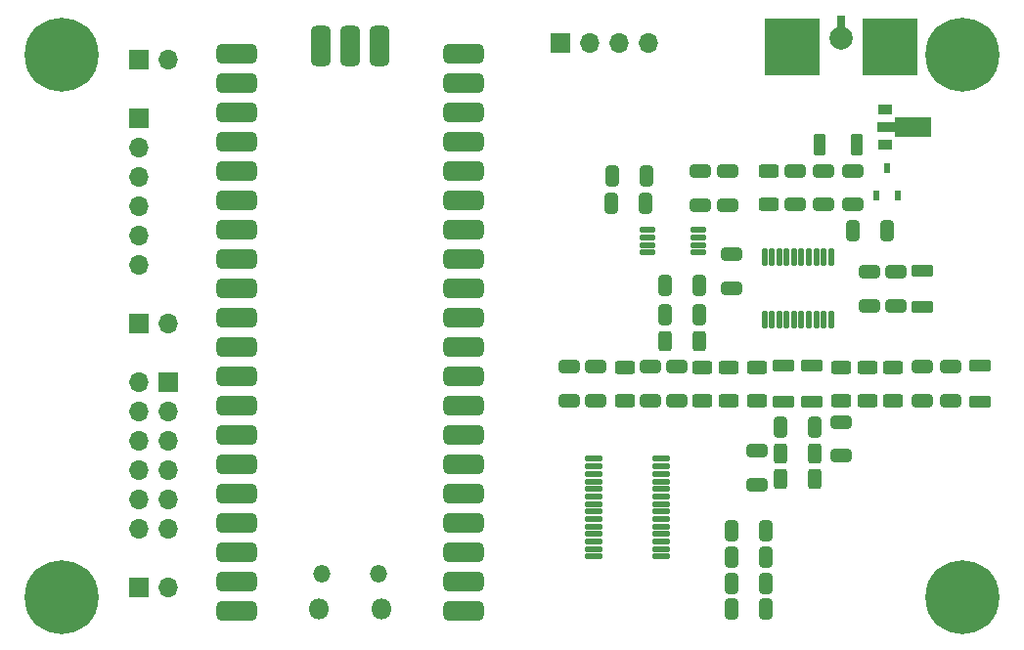
<source format=gbr>
%TF.GenerationSoftware,KiCad,Pcbnew,8.0.6*%
%TF.CreationDate,2024-10-28T10:58:12+07:00*%
%TF.ProjectId,PICO_ADC_Test,5049434f-5f41-4444-935f-546573742e6b,R0.1*%
%TF.SameCoordinates,PX72ade90PY75c75e0*%
%TF.FileFunction,Soldermask,Top*%
%TF.FilePolarity,Negative*%
%FSLAX46Y46*%
G04 Gerber Fmt 4.6, Leading zero omitted, Abs format (unit mm)*
G04 Created by KiCad (PCBNEW 8.0.6) date 2024-10-28 10:58:12*
%MOMM*%
%LPD*%
G01*
G04 APERTURE LIST*
G04 Aperture macros list*
%AMRoundRect*
0 Rectangle with rounded corners*
0 $1 Rounding radius*
0 $2 $3 $4 $5 $6 $7 $8 $9 X,Y pos of 4 corners*
0 Add a 4 corners polygon primitive as box body*
4,1,4,$2,$3,$4,$5,$6,$7,$8,$9,$2,$3,0*
0 Add four circle primitives for the rounded corners*
1,1,$1+$1,$2,$3*
1,1,$1+$1,$4,$5*
1,1,$1+$1,$6,$7*
1,1,$1+$1,$8,$9*
0 Add four rect primitives between the rounded corners*
20,1,$1+$1,$2,$3,$4,$5,0*
20,1,$1+$1,$4,$5,$6,$7,0*
20,1,$1+$1,$6,$7,$8,$9,0*
20,1,$1+$1,$8,$9,$2,$3,0*%
%AMFreePoly0*
4,1,9,3.862500,-0.866500,0.737500,-0.866500,0.737500,-0.450000,-0.737500,-0.450000,-0.737500,0.450000,0.737500,0.450000,0.737500,0.866500,3.862500,0.866500,3.862500,-0.866500,3.862500,-0.866500,$1*%
G04 Aperture macros list end*
%ADD10C,2.000000*%
%ADD11RoundRect,0.250000X-0.325000X-0.650000X0.325000X-0.650000X0.325000X0.650000X-0.325000X0.650000X0*%
%ADD12RoundRect,0.250000X-0.650000X0.325000X-0.650000X-0.325000X0.650000X-0.325000X0.650000X0.325000X0*%
%ADD13RoundRect,0.250000X0.650000X-0.325000X0.650000X0.325000X-0.650000X0.325000X-0.650000X-0.325000X0*%
%ADD14RoundRect,0.250000X0.325000X0.650000X-0.325000X0.650000X-0.325000X-0.650000X0.325000X-0.650000X0*%
%ADD15RoundRect,0.110000X-0.110000X-0.650000X0.110000X-0.650000X0.110000X0.650000X-0.110000X0.650000X0*%
%ADD16RoundRect,0.250000X-0.625000X0.312500X-0.625000X-0.312500X0.625000X-0.312500X0.625000X0.312500X0*%
%ADD17RoundRect,0.250000X0.625000X-0.312500X0.625000X0.312500X-0.625000X0.312500X-0.625000X-0.312500X0*%
%ADD18RoundRect,0.250000X0.700000X-0.275000X0.700000X0.275000X-0.700000X0.275000X-0.700000X-0.275000X0*%
%ADD19R,0.600000X0.850000*%
%ADD20R,1.700000X1.700000*%
%ADD21O,1.700000X1.700000*%
%ADD22RoundRect,0.250000X0.312500X0.625000X-0.312500X0.625000X-0.312500X-0.625000X0.312500X-0.625000X0*%
%ADD23RoundRect,0.250000X-0.700000X0.275000X-0.700000X-0.275000X0.700000X-0.275000X0.700000X0.275000X0*%
%ADD24C,0.800000*%
%ADD25C,6.400000*%
%ADD26RoundRect,0.112500X0.587500X-0.112500X0.587500X0.112500X-0.587500X0.112500X-0.587500X-0.112500X0*%
%ADD27RoundRect,0.112500X-0.625000X0.112500X-0.625000X-0.112500X0.625000X-0.112500X0.625000X0.112500X0*%
%ADD28R,0.700000X2.350000*%
%ADD29R,4.800000X4.900000*%
%ADD30R,1.300000X0.900000*%
%ADD31FreePoly0,0.000000*%
%ADD32RoundRect,0.250000X0.275000X0.700000X-0.275000X0.700000X-0.275000X-0.700000X0.275000X-0.700000X0*%
%ADD33RoundRect,0.250000X-0.312500X-0.625000X0.312500X-0.625000X0.312500X0.625000X-0.312500X0.625000X0*%
%ADD34O,1.800000X1.800000*%
%ADD35O,1.500000X1.500000*%
%ADD36RoundRect,0.425000X1.325000X0.425000X-1.325000X0.425000X-1.325000X-0.425000X1.325000X-0.425000X0*%
%ADD37RoundRect,0.425000X-0.425000X1.325000X-0.425000X-1.325000X0.425000X-1.325000X0.425000X1.325000X0*%
G04 APERTURE END LIST*
D10*
%TO.C,REF\u002A\u002A*%
X71000000Y52000000D03*
%TD*%
D11*
%TO.C,C13*%
X61525000Y2500000D03*
X64475000Y2500000D03*
%TD*%
D12*
%TO.C,C9*%
X71000000Y18725000D03*
X71000000Y15775000D03*
%TD*%
D13*
%TO.C,C21*%
X78000000Y20525000D03*
X78000000Y23475000D03*
%TD*%
D14*
%TO.C,C26*%
X54112500Y40012500D03*
X51162500Y40012500D03*
%TD*%
%TO.C,C25*%
X54087500Y37662500D03*
X51137500Y37662500D03*
%TD*%
D15*
%TO.C,IC2*%
X70130000Y32965000D03*
X69490000Y32965000D03*
X68850000Y32965000D03*
X68210000Y32965000D03*
X67570000Y32965000D03*
X66930000Y32965000D03*
X66290000Y32965000D03*
X65650000Y32965000D03*
X65010000Y32965000D03*
X64370000Y32965000D03*
X64370000Y27535000D03*
X65010000Y27535000D03*
X65650000Y27535000D03*
X66290000Y27535000D03*
X66930000Y27535000D03*
X67570000Y27535000D03*
X68210000Y27535000D03*
X68850000Y27535000D03*
X69490000Y27535000D03*
X70130000Y27535000D03*
%TD*%
D13*
%TO.C,C3*%
X54500000Y20525000D03*
X54500000Y23475000D03*
%TD*%
D16*
%TO.C,R7*%
X64750000Y40462500D03*
X64750000Y37537500D03*
%TD*%
D13*
%TO.C,C7*%
X47500000Y20525000D03*
X47500000Y23475000D03*
%TD*%
D11*
%TO.C,C15*%
X61525000Y7000000D03*
X64475000Y7000000D03*
%TD*%
D16*
%TO.C,R1*%
X52250000Y23462500D03*
X52250000Y20537500D03*
%TD*%
D17*
%TO.C,R3*%
X73250000Y20537500D03*
X73250000Y23462500D03*
%TD*%
D18*
%TO.C,FB4*%
X83000000Y20425000D03*
X83000000Y23575000D03*
%TD*%
D19*
%TO.C,D1*%
X74050000Y38300000D03*
X75950000Y38300000D03*
X75000000Y40700000D03*
%TD*%
D13*
%TO.C,C20*%
X63750000Y13275000D03*
X63750000Y16225000D03*
%TD*%
D20*
%TO.C,J4*%
X46700000Y51500000D03*
D21*
X49240000Y51500000D03*
X51780000Y51500000D03*
X54320000Y51500000D03*
%TD*%
D18*
%TO.C,FB5*%
X78000000Y28700000D03*
X78000000Y31850000D03*
%TD*%
D13*
%TO.C,C8*%
X49750000Y20525000D03*
X49750000Y23475000D03*
%TD*%
D20*
%TO.C,J2*%
X10210000Y27250000D03*
D21*
X12750000Y27250000D03*
%TD*%
D22*
%TO.C,R9*%
X58712500Y25750000D03*
X55787500Y25750000D03*
%TD*%
D23*
%TO.C,FB3*%
X68500000Y23575000D03*
X68500000Y20425000D03*
%TD*%
D13*
%TO.C,C4*%
X56750000Y20525000D03*
X56750000Y23475000D03*
%TD*%
D23*
%TO.C,FB1*%
X66000000Y23575000D03*
X66000000Y20425000D03*
%TD*%
D12*
%TO.C,C23*%
X75750000Y31725000D03*
X75750000Y28775000D03*
%TD*%
D24*
%TO.C,REF\u002A\u002A*%
X79100000Y3500000D03*
X79802944Y5197056D03*
X79802944Y1802944D03*
X81500000Y5900000D03*
D25*
X81500000Y3500000D03*
D24*
X81500000Y1100000D03*
X83197056Y5197056D03*
X83197056Y1802944D03*
X83900000Y3500000D03*
%TD*%
D20*
%TO.C,J3*%
X10210000Y45030000D03*
D21*
X10210000Y42490000D03*
X10210000Y39950000D03*
X10210000Y37410000D03*
X10210000Y34870000D03*
X10210000Y32330000D03*
%TD*%
D14*
%TO.C,C17*%
X58725000Y28000000D03*
X55775000Y28000000D03*
%TD*%
D26*
%TO.C,IC3*%
X54250000Y35350000D03*
X54250000Y34700000D03*
X54250000Y34050000D03*
X54250000Y33400000D03*
X58650000Y33400000D03*
X58650000Y34050000D03*
X58650000Y34700000D03*
X58650000Y35350000D03*
%TD*%
D12*
%TO.C,C10*%
X58800000Y40450000D03*
X58800000Y37500000D03*
%TD*%
D24*
%TO.C,REF\u002A\u002A*%
X1100000Y3500000D03*
X1802944Y5197056D03*
X1802944Y1802944D03*
X3500000Y5900000D03*
D25*
X3500000Y3500000D03*
D24*
X3500000Y1100000D03*
X5197056Y5197056D03*
X5197056Y1802944D03*
X5900000Y3500000D03*
%TD*%
D12*
%TO.C,C5*%
X69500000Y40475000D03*
X69500000Y37525000D03*
%TD*%
D27*
%TO.C,IC1*%
X55438000Y7062500D03*
X55438000Y7712500D03*
X55438000Y8362500D03*
X55438000Y9012500D03*
X55438000Y9662500D03*
X55438000Y10312500D03*
X55438000Y10962500D03*
X55438000Y11612500D03*
X55438000Y12262500D03*
X55438000Y12912500D03*
X55438000Y13562500D03*
X55438000Y14212500D03*
X55438000Y14862500D03*
X55438000Y15512500D03*
X49562000Y15512500D03*
X49562000Y14862500D03*
X49562000Y14212500D03*
X49562000Y13562500D03*
X49562000Y12912500D03*
X49562000Y12262500D03*
X49562000Y11612500D03*
X49562000Y10962500D03*
X49562000Y10312500D03*
X49562000Y9662500D03*
X49562000Y9012500D03*
X49562000Y8362500D03*
X49562000Y7712500D03*
X49562000Y7062500D03*
%TD*%
D12*
%TO.C,C11*%
X61200000Y40450000D03*
X61200000Y37500000D03*
%TD*%
D28*
%TO.C,J1*%
X71000000Y52750000D03*
D29*
X75250000Y51175000D03*
X66750000Y51175000D03*
%TD*%
D13*
%TO.C,C6*%
X67000000Y37525000D03*
X67000000Y40475000D03*
%TD*%
D24*
%TO.C,REF\u002A\u002A*%
X1100000Y50500000D03*
X1802944Y52197056D03*
X1802944Y48802944D03*
X3500000Y52900000D03*
D25*
X3500000Y50500000D03*
D24*
X3500000Y48100000D03*
X5197056Y52197056D03*
X5197056Y48802944D03*
X5900000Y50500000D03*
%TD*%
D30*
%TO.C,U1*%
X74800000Y45750000D03*
D31*
X74887500Y44250000D03*
D30*
X74800000Y42750000D03*
%TD*%
D13*
%TO.C,C22*%
X80500000Y20525000D03*
X80500000Y23475000D03*
%TD*%
D12*
%TO.C,C24*%
X73500000Y31725000D03*
X73500000Y28775000D03*
%TD*%
D32*
%TO.C,FB2*%
X72325000Y42750000D03*
X69175000Y42750000D03*
%TD*%
D13*
%TO.C,C12*%
X72000000Y37525000D03*
X72000000Y40475000D03*
%TD*%
D20*
%TO.C,J5*%
X10210000Y50120000D03*
D21*
X12750000Y50120000D03*
%TD*%
D17*
%TO.C,R5*%
X61250000Y20537500D03*
X61250000Y23462500D03*
%TD*%
D33*
%TO.C,R10*%
X65787500Y13750000D03*
X68712500Y13750000D03*
%TD*%
D12*
%TO.C,C18*%
X61500000Y33225000D03*
X61500000Y30275000D03*
%TD*%
D11*
%TO.C,C16*%
X61525000Y9250000D03*
X64475000Y9250000D03*
%TD*%
D20*
%TO.C,J7*%
X10210000Y4390000D03*
D21*
X12750000Y4390000D03*
%TD*%
D17*
%TO.C,R6*%
X59000000Y20537500D03*
X59000000Y23462500D03*
%TD*%
D16*
%TO.C,R4*%
X63750000Y23462500D03*
X63750000Y20537500D03*
%TD*%
%TO.C,R8*%
X71000000Y23462500D03*
X71000000Y20537500D03*
%TD*%
D34*
%TO.C,U2*%
X31225000Y2500000D03*
D35*
X30925000Y5530000D03*
X26075000Y5530000D03*
D34*
X25775000Y2500000D03*
D36*
X38290000Y2370000D03*
X38290000Y4910000D03*
X38290000Y7450000D03*
X38290000Y9990000D03*
X38290000Y12530000D03*
X38290000Y15070000D03*
X38290000Y17610000D03*
X38290000Y20150000D03*
X38290000Y22690000D03*
X38290000Y25230000D03*
X38290000Y27770000D03*
X38290000Y30310000D03*
X38290000Y32850000D03*
X38290000Y35390000D03*
X38290000Y37930000D03*
X38290000Y40470000D03*
X38290000Y43010000D03*
X38290000Y45550000D03*
X38290000Y48090000D03*
X38290000Y50630000D03*
X18710000Y50630000D03*
X18710000Y48090000D03*
X18710000Y45550000D03*
X18710000Y43010000D03*
X18710000Y40470000D03*
X18710000Y37930000D03*
X18710000Y35390000D03*
X18710000Y32850000D03*
X18710000Y30310000D03*
X18710000Y27770000D03*
X18710000Y25230000D03*
X18710000Y22690000D03*
X18710000Y20150000D03*
X18710000Y17610000D03*
X18710000Y15070000D03*
X18710000Y12530000D03*
X18710000Y9990000D03*
X18710000Y7450000D03*
X18710000Y4910000D03*
X18710000Y2370000D03*
D37*
X31040000Y51300000D03*
X28500000Y51300000D03*
X25960000Y51300000D03*
%TD*%
D24*
%TO.C,REF\u002A\u002A*%
X79100000Y50500000D03*
X79802944Y52197056D03*
X79802944Y48802944D03*
X81500000Y52900000D03*
D25*
X81500000Y50500000D03*
D24*
X81500000Y48100000D03*
X83197056Y52197056D03*
X83197056Y48802944D03*
X83900000Y50500000D03*
%TD*%
D14*
%TO.C,C19*%
X58725000Y30500000D03*
X55775000Y30500000D03*
%TD*%
D11*
%TO.C,C14*%
X61525000Y4750000D03*
X64475000Y4750000D03*
%TD*%
D33*
%TO.C,R11*%
X65787500Y16000000D03*
X68712500Y16000000D03*
%TD*%
D11*
%TO.C,C2*%
X65775000Y18250000D03*
X68725000Y18250000D03*
%TD*%
D17*
%TO.C,R2*%
X75500000Y20537500D03*
X75500000Y23462500D03*
%TD*%
D20*
%TO.C,J6*%
X12750000Y22170000D03*
D21*
X10210000Y22170000D03*
X12750000Y19630000D03*
X10210000Y19630000D03*
X12750000Y17090000D03*
X10210000Y17090000D03*
X12750000Y14550000D03*
X10210000Y14550000D03*
X12750000Y12010000D03*
X10210000Y12010000D03*
X12750000Y9470000D03*
X10210000Y9470000D03*
%TD*%
D14*
%TO.C,C1*%
X74975000Y35250000D03*
X72025000Y35250000D03*
%TD*%
M02*

</source>
